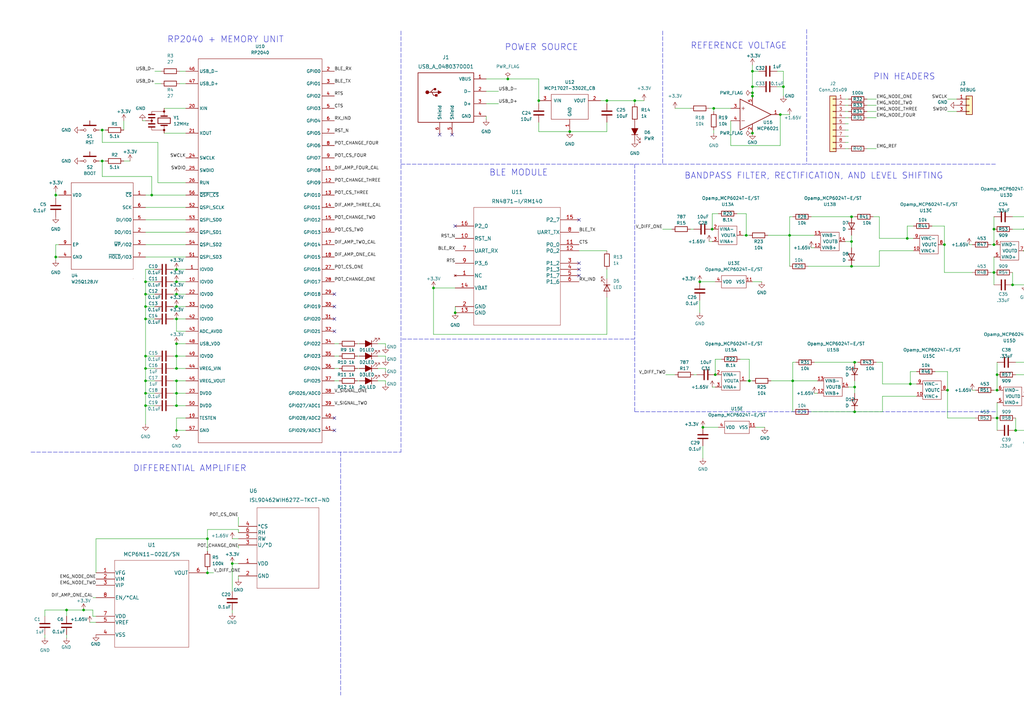
<source format=kicad_sch>
(kicad_sch (version 20211123) (generator eeschema)
  (paper "A3")
  (junction (at 287.02 115.57))
  (junction (at 420.37 102.87))
  (junction (at 288.29 175.26))
  (junction (at 350.52 158.75))
  (junction (at 308.61 54.61))
  (junction (at 434.34 102.87))
  (junction (at 59.69 151.13))
  (junction (at 323.85 96.52))
  (junction (at 408.94 153.67))
  (junction (at 59.69 161.29))
  (junction (at 72.39 140.97))
  (junction (at 208.28 32.385))
  (junction (at 373.38 157.48))
  (junction (at 248.92 41.275))
  (junction (at 320.04 46.99))
  (junction (at 260.35 41.275))
  (junction (at 72.39 146.05))
  (junction (at 233.68 53.975))
  (junction (at 59.69 130.81))
  (junction (at 387.35 100.33))
  (junction (at 72.39 166.37))
  (junction (at 59.69 120.65))
  (junction (at 435.61 162.56))
  (junction (at 407.67 111.76))
  (junction (at 72.39 125.73))
  (junction (at 95.25 231.14))
  (junction (at 421.64 153.67))
  (junction (at 325.12 156.21))
  (junction (at 349.25 88.9))
  (junction (at 220.98 41.275))
  (junction (at 22.86 80.01))
  (junction (at 72.39 130.81))
  (junction (at 59.69 125.73))
  (junction (at 349.25 109.22))
  (junction (at 293.37 153.67))
  (junction (at 72.39 161.29))
  (junction (at 59.69 115.57))
  (junction (at 292.735 44.45))
  (junction (at 27.94 347.98))
  (junction (at 72.39 115.57))
  (junction (at 72.39 156.21))
  (junction (at 177.8 118.11))
  (junction (at 408.94 171.45))
  (junction (at 186.69 128.27))
  (junction (at 349.25 99.06))
  (junction (at 388.62 160.02))
  (junction (at 416.56 176.53))
  (junction (at 350.52 148.59))
  (junction (at 85.725 318.77))
  (junction (at 350.52 168.91))
  (junction (at 72.39 151.13))
  (junction (at 72.39 110.49))
  (junction (at 22.86 105.41))
  (junction (at 408.94 160.02))
  (junction (at 34.925 347.98))
  (junction (at 85.09 220.98))
  (junction (at 415.29 116.84))
  (junction (at 420.37 93.98))
  (junction (at 321.31 35.56))
  (junction (at 292.1 93.98))
  (junction (at 95.885 328.93))
  (junction (at 421.64 162.56))
  (junction (at 34.29 250.19))
  (junction (at 308.61 29.21))
  (junction (at 41.91 53.34))
  (junction (at 41.91 66.04))
  (junction (at 306.07 96.52))
  (junction (at 59.69 146.05))
  (junction (at 62.23 80.01))
  (junction (at 72.39 120.65))
  (junction (at 85.09 234.95))
  (junction (at 72.39 176.53))
  (junction (at 407.67 100.33))
  (junction (at 85.725 332.74))
  (junction (at 27.305 250.19))
  (junction (at 372.11 97.79))
  (junction (at 308.61 35.56))
  (junction (at 59.69 166.37))
  (junction (at 308.61 38.1))
  (junction (at 59.69 156.21))
  (junction (at 308.61 39.37))
  (junction (at 307.34 156.21))
  (junction (at 407.67 93.98))
  (no_connect (at 237.49 107.95))
  (no_connect (at 237.49 113.03))
  (no_connect (at 237.49 110.49))
  (no_connect (at 186.69 92.71))
  (no_connect (at 237.49 90.17))
  (no_connect (at 137.16 171.45))
  (no_connect (at 137.16 120.65))
  (no_connect (at 137.16 125.73))
  (no_connect (at 137.16 130.81))
  (no_connect (at 137.16 135.89))
  (no_connect (at 185.42 55.245))
  (no_connect (at 180.34 55.245))
  (no_connect (at 137.16 176.53))
  (wire (pts (xy 325.12 156.21) (xy 325.12 168.91)))
  (wire (pts (xy 62.23 80.01) (xy 76.2 80.01)))
  (wire (pts (xy 38.735 350.52) (xy 40.005 350.52)))
  (wire (pts (xy 59.69 156.21) (xy 63.5 156.21)))
  (wire (pts (xy 62.23 72.39) (xy 62.23 80.01)))
  (wire (pts (xy 22.86 80.01) (xy 24.13 80.01)))
  (wire (pts (xy 22.86 81.28) (xy 22.86 80.01)))
  (wire (pts (xy 59.69 130.81) (xy 59.69 146.05)))
  (wire (pts (xy 407.67 111.76) (xy 407.67 116.84)))
  (polyline (pts (xy 260.35 67.31) (xy 260.35 139.065)))
  (wire (pts (xy 72.39 156.21) (xy 76.2 156.21)))
  (wire (pts (xy 72.39 161.29) (xy 72.39 166.37)))
  (wire (pts (xy 302.26 87.63) (xy 306.07 87.63)))
  (wire (pts (xy 146.685 140.97) (xy 147.32 140.97)))
  (wire (pts (xy 27.94 347.98) (xy 34.925 347.98)))
  (wire (pts (xy 85.09 233.68) (xy 85.09 234.95)))
  (wire (pts (xy 408.94 171.45) (xy 408.94 176.53)))
  (wire (pts (xy 71.12 151.13) (xy 72.39 151.13)))
  (wire (pts (xy 361.95 157.48) (xy 373.38 157.48)))
  (wire (pts (xy 407.67 93.98) (xy 407.67 100.33)))
  (wire (pts (xy 71.12 110.49) (xy 72.39 110.49)))
  (wire (pts (xy 199.39 32.385) (xy 208.28 32.385)))
  (wire (pts (xy 59.69 151.13) (xy 63.5 151.13)))
  (polyline (pts (xy 260.35 168.91) (xy 408.94 168.91)))
  (wire (pts (xy 290.83 44.45) (xy 292.735 44.45)))
  (wire (pts (xy 59.69 161.29) (xy 63.5 161.29)))
  (wire (pts (xy 415.29 93.98) (xy 420.37 93.98)))
  (wire (pts (xy 308.61 26.67) (xy 308.61 29.21)))
  (wire (pts (xy 292.735 44.45) (xy 292.735 45.72)))
  (wire (pts (xy 59.69 161.29) (xy 59.69 156.21)))
  (wire (pts (xy 85.09 226.06) (xy 85.09 220.98)))
  (wire (pts (xy 38.1 245.11) (xy 39.37 245.11)))
  (wire (pts (xy 97.79 236.22) (xy 97.79 237.49)))
  (wire (pts (xy 360.68 102.87) (xy 374.65 102.87)))
  (wire (pts (xy 284.48 153.67) (xy 285.75 153.67)))
  (wire (pts (xy 388.62 152.4) (xy 388.62 160.02)))
  (wire (pts (xy 406.4 100.33) (xy 407.67 100.33)))
  (wire (pts (xy 98.425 334.01) (xy 98.425 335.28)))
  (wire (pts (xy 199.39 47.625) (xy 199.39 48.895)))
  (wire (pts (xy 41.91 53.34) (xy 43.18 53.34)))
  (wire (pts (xy 95.885 318.77) (xy 98.425 318.77)))
  (wire (pts (xy 283.21 93.98) (xy 284.48 93.98)))
  (wire (pts (xy 323.85 96.52) (xy 323.85 109.22)))
  (wire (pts (xy 420.37 102.87) (xy 426.72 102.87)))
  (wire (pts (xy 27.94 358.14) (xy 27.94 359.41)))
  (wire (pts (xy 27.94 350.52) (xy 27.94 347.98)))
  (wire (pts (xy 406.4 111.76) (xy 407.67 111.76)))
  (wire (pts (xy 199.39 37.465) (xy 204.47 37.465)))
  (wire (pts (xy 347.98 55.88) (xy 346.71 55.88)))
  (wire (pts (xy 293.37 147.32) (xy 295.91 147.32)))
  (wire (pts (xy 334.01 161.29) (xy 335.28 161.29)))
  (wire (pts (xy 19.05 347.98) (xy 27.94 347.98)))
  (wire (pts (xy 38.1 250.19) (xy 38.1 252.73)))
  (wire (pts (xy 98.425 314.96) (xy 98.425 316.23)))
  (wire (pts (xy 359.41 40.64) (xy 355.6 40.64)))
  (wire (pts (xy 331.47 109.22) (xy 349.25 109.22)))
  (wire (pts (xy 40.005 318.77) (xy 40.005 332.74)))
  (wire (pts (xy 72.39 151.13) (xy 76.2 151.13)))
  (wire (pts (xy 40.64 53.34) (xy 41.91 53.34)))
  (wire (pts (xy 59.69 166.37) (xy 59.69 173.99)))
  (wire (pts (xy 85.725 323.85) (xy 85.725 318.77)))
  (wire (pts (xy 350.52 156.21) (xy 350.52 158.75)))
  (wire (pts (xy 318.77 29.21) (xy 321.31 29.21)))
  (wire (pts (xy 237.49 102.87) (xy 248.92 102.87)))
  (wire (pts (xy 72.39 176.53) (xy 72.39 177.8)))
  (wire (pts (xy 72.39 140.97) (xy 72.39 146.05)))
  (wire (pts (xy 306.07 96.52) (xy 304.8 96.52)))
  (wire (pts (xy 308.61 53.34) (xy 308.61 54.61)))
  (wire (pts (xy 88.265 332.74) (xy 85.725 332.74)))
  (wire (pts (xy 154.94 156.21) (xy 158.115 156.21)))
  (wire (pts (xy 374.65 92.71) (xy 372.11 92.71)))
  (wire (pts (xy 71.12 156.21) (xy 72.39 156.21)))
  (wire (pts (xy 416.56 153.67) (xy 421.64 153.67)))
  (wire (pts (xy 95.25 250.19) (xy 95.25 251.46)))
  (wire (pts (xy 59.69 85.09) (xy 76.2 85.09)))
  (wire (pts (xy 137.16 140.97) (xy 139.065 140.97)))
  (wire (pts (xy 72.39 130.81) (xy 76.2 130.81)))
  (wire (pts (xy 359.41 43.18) (xy 355.6 43.18)))
  (wire (pts (xy 420.37 88.9) (xy 420.37 93.98)))
  (wire (pts (xy 19.05 350.52) (xy 19.05 347.98)))
  (wire (pts (xy 382.27 92.71) (xy 387.35 92.71)))
  (wire (pts (xy 71.12 166.37) (xy 72.39 166.37)))
  (wire (pts (xy 72.39 130.81) (xy 72.39 135.89)))
  (wire (pts (xy 246.38 41.275) (xy 248.92 41.275)))
  (wire (pts (xy 72.39 135.89) (xy 76.2 135.89)))
  (wire (pts (xy 388.62 171.45) (xy 400.05 171.45)))
  (wire (pts (xy 85.725 318.77) (xy 85.725 314.96)))
  (wire (pts (xy 59.69 100.33) (xy 76.2 100.33)))
  (wire (pts (xy 323.85 96.52) (xy 334.01 96.52)))
  (wire (pts (xy 415.29 116.84) (xy 415.29 111.76)))
  (wire (pts (xy 72.39 120.65) (xy 76.2 120.65)))
  (wire (pts (xy 36.83 255.27) (xy 39.37 255.27)))
  (wire (pts (xy 41.91 53.34) (xy 41.91 58.42)))
  (wire (pts (xy 308.61 39.37) (xy 308.61 40.64)))
  (wire (pts (xy 347.98 60.96) (xy 346.71 60.96)))
  (wire (pts (xy 85.09 220.98) (xy 85.09 217.17)))
  (wire (pts (xy 373.38 157.48) (xy 375.92 157.48)))
  (wire (pts (xy 359.41 45.72) (xy 355.6 45.72)))
  (wire (pts (xy 321.31 35.56) (xy 321.31 39.37)))
  (wire (pts (xy 347.98 50.8) (xy 346.71 50.8)))
  (wire (pts (xy 41.91 66.04) (xy 43.18 66.04)))
  (wire (pts (xy 349.25 96.52) (xy 349.25 99.06)))
  (wire (pts (xy 360.68 88.9) (xy 360.68 97.79)))
  (wire (pts (xy 397.51 100.33) (xy 398.78 100.33)))
  (wire (pts (xy 59.69 166.37) (xy 59.69 161.29)))
  (wire (pts (xy 98.425 309.88) (xy 98.425 313.69)))
  (wire (pts (xy 248.92 121.92) (xy 248.92 137.16)))
  (wire (pts (xy 288.29 175.26) (xy 294.64 175.26)))
  (wire (pts (xy 73.66 29.21) (xy 76.2 29.21)))
  (wire (pts (xy 40.005 318.77) (xy 85.725 318.77)))
  (wire (pts (xy 276.86 44.45) (xy 283.21 44.45)))
  (wire (pts (xy 59.69 95.25) (xy 76.2 95.25)))
  (wire (pts (xy 87.63 234.95) (xy 85.09 234.95)))
  (wire (pts (xy 299.72 59.69) (xy 320.04 59.69)))
  (wire (pts (xy 97.79 224.79) (xy 97.79 223.52)))
  (wire (pts (xy 303.53 147.32) (xy 307.34 147.32)))
  (wire (pts (xy 71.12 130.81) (xy 72.39 130.81)))
  (wire (pts (xy 233.68 53.975) (xy 248.92 53.975)))
  (wire (pts (xy 137.16 156.21) (xy 139.065 156.21)))
  (wire (pts (xy 71.12 120.65) (xy 72.39 120.65)))
  (wire (pts (xy 408.94 153.67) (xy 408.94 160.02)))
  (wire (pts (xy 72.39 171.45) (xy 72.39 176.53)))
  (polyline (pts (xy 260.35 139.7) (xy 260.35 168.91)))
  (wire (pts (xy 38.735 347.98) (xy 38.735 350.52)))
  (wire (pts (xy 407.67 171.45) (xy 408.94 171.45)))
  (wire (pts (xy 347.98 158.75) (xy 350.52 158.75)))
  (wire (pts (xy 416.56 176.53) (xy 416.56 171.45)))
  (wire (pts (xy 59.69 151.13) (xy 59.69 146.05)))
  (wire (pts (xy 416.56 176.53) (xy 421.64 176.53)))
  (wire (pts (xy 420.37 93.98) (xy 420.37 102.87)))
  (wire (pts (xy 177.8 137.16) (xy 248.92 137.16)))
  (wire (pts (xy 38.1 252.73) (xy 39.37 252.73)))
  (wire (pts (xy 18.415 252.73) (xy 18.415 250.19)))
  (wire (pts (xy 373.38 152.4) (xy 373.38 157.48)))
  (wire (pts (xy 34.925 347.98) (xy 38.735 347.98)))
  (wire (pts (xy 388.62 40.64) (xy 392.43 40.64)))
  (wire (pts (xy 260.35 41.275) (xy 264.16 41.275)))
  (wire (pts (xy 41.91 72.39) (xy 62.23 72.39)))
  (wire (pts (xy 388.62 45.72) (xy 392.43 45.72)))
  (wire (pts (xy 388.62 171.45) (xy 388.62 160.02)))
  (wire (pts (xy 347.98 53.34) (xy 346.71 53.34)))
  (polyline (pts (xy 271.78 67.31) (xy 408.305 67.31)))
  (wire (pts (xy 271.78 93.98) (xy 275.59 93.98)))
  (wire (pts (xy 64.77 58.42) (xy 64.77 74.93)))
  (wire (pts (xy 18.415 250.19) (xy 27.305 250.19)))
  (wire (pts (xy 308.61 35.56) (xy 311.15 35.56)))
  (wire (pts (xy 72.39 115.57) (xy 76.2 115.57)))
  (wire (pts (xy 59.69 146.05) (xy 63.5 146.05)))
  (wire (pts (xy 97.79 217.17) (xy 97.79 218.44)))
  (wire (pts (xy 347.98 48.26) (xy 346.71 48.26)))
  (wire (pts (xy 72.39 110.49) (xy 76.2 110.49)))
  (wire (pts (xy 387.35 111.76) (xy 398.78 111.76)))
  (wire (pts (xy 387.35 111.76) (xy 387.35 100.33)))
  (wire (pts (xy 323.85 96.52) (xy 323.85 88.9)))
  (wire (pts (xy 308.61 29.21) (xy 311.15 29.21)))
  (wire (pts (xy 220.98 53.975) (xy 233.68 53.975)))
  (wire (pts (xy 320.04 59.69) (xy 320.04 46.99)))
  (wire (pts (xy 146.685 151.13) (xy 147.32 151.13)))
  (wire (pts (xy 260.35 41.275) (xy 260.35 42.545)))
  (wire (pts (xy 63.5 29.21) (xy 66.04 29.21)))
  (wire (pts (xy 347.98 40.64) (xy 346.71 40.64)))
  (wire (pts (xy 154.94 140.97) (xy 158.115 140.97)))
  (wire (pts (xy 292.735 53.34) (xy 292.735 54.61)))
  (wire (pts (xy 39.37 220.98) (xy 85.09 220.98)))
  (wire (pts (xy 350.52 168.91) (xy 361.95 168.91)))
  (wire (pts (xy 27.305 260.35) (xy 27.305 261.62)))
  (wire (pts (xy 158.115 146.05) (xy 158.115 147.32)))
  (wire (pts (xy 59.69 125.73) (xy 59.69 120.65)))
  (wire (pts (xy 72.39 176.53) (xy 76.2 176.53)))
  (wire (pts (xy 220.98 41.275) (xy 220.98 42.545)))
  (wire (pts (xy 321.31 29.21) (xy 321.31 35.56)))
  (wire (pts (xy 361.95 148.59) (xy 361.95 157.48)))
  (wire (pts (xy 407.67 105.41) (xy 407.67 111.76)))
  (wire (pts (xy 72.39 146.05) (xy 72.39 151.13)))
  (wire (pts (xy 350.52 88.9) (xy 349.25 88.9)))
  (wire (pts (xy 398.78 160.02) (xy 400.05 160.02)))
  (wire (pts (xy 316.23 156.21) (xy 325.12 156.21)))
  (wire (pts (xy 41.91 66.04) (xy 41.91 72.39)))
  (wire (pts (xy 308.61 156.21) (xy 307.34 156.21)))
  (wire (pts (xy 434.34 113.03) (xy 434.34 110.49)))
  (wire (pts (xy 349.25 99.06) (xy 349.25 101.6)))
  (wire (pts (xy 24.13 105.41) (xy 22.86 105.41)))
  (wire (pts (xy 98.425 322.58) (xy 98.425 321.31)))
  (wire (pts (xy 59.69 130.81) (xy 59.69 125.73)))
  (wire (pts (xy 325.12 148.59) (xy 326.39 148.59)))
  (wire (pts (xy 306.07 87.63) (xy 306.07 96.52)))
  (wire (pts (xy 334.01 148.59) (xy 350.52 148.59)))
  (wire (pts (xy 186.69 125.73) (xy 186.69 128.27)))
  (wire (pts (xy 372.11 92.71) (xy 372.11 97.79)))
  (polyline (pts (xy 12.7 185.42) (xy 164.465 185.42)))
  (wire (pts (xy 347.98 45.72) (xy 346.71 45.72)))
  (wire (pts (xy 307.34 96.52) (xy 306.07 96.52)))
  (wire (pts (xy 24.13 100.33) (xy 22.86 100.33)))
  (polyline (pts (xy 139.7 185.42) (xy 139.7 285.115)))
  (wire (pts (xy 208.28 32.385) (xy 220.98 32.385)))
  (wire (pts (xy 72.39 161.29) (xy 76.2 161.29)))
  (wire (pts (xy 37.465 353.06) (xy 40.005 353.06)))
  (wire (pts (xy 320.04 46.99) (xy 323.85 46.99)))
  (wire (pts (xy 38.735 342.9) (xy 40.005 342.9)))
  (wire (pts (xy 19.05 358.14) (xy 19.05 359.41)))
  (wire (pts (xy 292.1 158.75) (xy 293.37 158.75)))
  (wire (pts (xy 292.1 87.63) (xy 292.1 93.98)))
  (wire (pts (xy 72.39 146.05) (xy 76.2 146.05)))
  (wire (pts (xy 177.8 118.11) (xy 186.69 118.11)))
  (wire (pts (xy 299.72 49.53) (xy 299.72 59.69)))
  (wire (pts (xy 71.12 115.57) (xy 72.39 115.57)))
  (wire (pts (xy 308.61 35.56) (xy 308.61 38.1)))
  (wire (pts (xy 41.91 58.42) (xy 64.77 58.42)))
  (wire (pts (xy 59.69 49.53) (xy 58.42 49.53)))
  (wire (pts (xy 85.725 331.47) (xy 85.725 332.74)))
  (wire (pts (xy 318.77 35.56) (xy 321.31 35.56)))
  (polyline (pts (xy 164.465 12.7) (xy 164.465 185.42)))
  (wire (pts (xy 40.64 66.04) (xy 41.91 66.04)))
  (wire (pts (xy 351.79 148.59) (xy 350.52 148.59)))
  (wire (pts (xy 199.39 42.545) (xy 204.47 42.545)))
  (wire (pts (xy 435.61 162.56) (xy 443.23 162.56)))
  (wire (pts (xy 346.71 99.06) (xy 349.25 99.06)))
  (polyline (pts (xy 271.78 12.7) (xy 271.78 67.31)))
  (wire (pts (xy 64.77 74.93) (xy 76.2 74.93)))
  (wire (pts (xy 59.69 120.65) (xy 59.69 115.57)))
  (wire (pts (xy 408.94 165.1) (xy 408.94 171.45)))
  (wire (pts (xy 415.29 116.84) (xy 420.37 116.84)))
  (wire (pts (xy 67.31 44.45) (xy 76.2 44.45)))
  (wire (pts (xy 72.39 156.21) (xy 72.39 161.29)))
  (wire (pts (xy 154.94 146.05) (xy 158.115 146.05)))
  (wire (pts (xy 67.31 54.61) (xy 76.2 54.61)))
  (wire (pts (xy 59.69 130.81) (xy 63.5 130.81)))
  (wire (pts (xy 248.92 41.275) (xy 248.92 42.545)))
  (wire (pts (xy 27.305 250.19) (xy 34.29 250.19)))
  (wire (pts (xy 95.25 231.14) (xy 97.79 231.14)))
  (wire (pts (xy 220.98 50.165) (xy 220.98 53.975)))
  (wire (pts (xy 361.95 162.56) (xy 375.92 162.56)))
  (wire (pts (xy 59.69 156.21) (xy 59.69 151.13)))
  (wire (pts (xy 85.725 314.96) (xy 98.425 314.96)))
  (wire (pts (xy 287.02 115.57) (xy 293.37 115.57)))
  (wire (pts (xy 97.79 212.09) (xy 97.79 215.9)))
  (wire (pts (xy 59.69 115.57) (xy 63.5 115.57)))
  (wire (pts (xy 332.74 101.6) (xy 334.01 101.6)))
  (wire (pts (xy 59.69 105.41) (xy 76.2 105.41)))
  (wire (pts (xy 71.12 161.29) (xy 72.39 161.29)))
  (wire (pts (xy 22.86 105.41) (xy 22.86 106.68)))
  (wire (pts (xy 137.16 151.13) (xy 139.065 151.13)))
  (wire (pts (xy 95.885 347.98) (xy 95.885 349.25)))
  (wire (pts (xy 59.69 115.57) (xy 59.69 110.49)))
  (wire (pts (xy 50.8 49.53) (xy 50.8 53.34)))
  (wire (pts (xy 72.39 125.73) (xy 76.2 125.73)))
  (wire (pts (xy 146.685 146.05) (xy 147.32 146.05)))
  (wire (pts (xy 72.39 140.97) (xy 76.2 140.97)))
  (wire (pts (xy 50.8 66.04) (xy 53.34 66.04)))
  (wire (pts (xy 85.09 217.17) (xy 97.79 217.17)))
  (wire (pts (xy 72.39 171.45) (xy 76.2 171.45)))
  (wire (pts (xy 73.66 34.29) (xy 76.2 34.29)))
  (wire (pts (xy 349.25 109.22) (xy 360.68 109.22)))
  (wire (pts (xy 63.5 34.29) (xy 66.04 34.29)))
  (wire (pts (xy 347.98 58.42) (xy 346.71 58.42)))
  (wire (pts (xy 22.86 100.33) (xy 22.86 105.41)))
  (wire (pts (xy 359.41 48.26) (xy 355.6 48.26)))
  (wire (pts (xy 59.69 125.73) (xy 63.5 125.73)))
  (wire (pts (xy 22.86 78.74) (xy 22.86 80.01)))
  (wire (pts (xy 95.885 328.93) (xy 95.885 340.36)))
  (wire (pts (xy 59.69 166.37) (xy 63.5 166.37)))
  (wire (pts (xy 361.95 162.56) (xy 361.95 168.91)))
  (wire (pts (xy 59.69 90.17) (xy 76.2 90.17)))
  (wire (pts (xy 34.29 250.19) (xy 38.1 250.19)))
  (wire (pts (xy 288.29 182.88) (xy 288.29 187.96)))
  (wire (pts (xy 407.67 88.9) (xy 407.67 93.98)))
  (wire (pts (xy 332.74 88.9) (xy 349.25 88.9)))
  (wire (pts (xy 154.94 151.13) (xy 158.115 151.13)))
  (wire (pts (xy 360.68 97.79) (xy 372.11 97.79)))
  (wire (pts (xy 387.35 92.71) (xy 387.35 100.33)))
  (wire (pts (xy 248.92 110.49) (xy 248.92 114.3)))
  (wire (pts (xy 358.14 88.9) (xy 360.68 88.9)))
  (wire (pts (xy 158.115 140.97) (xy 158.115 142.24)))
  (wire (pts (xy 220.98 32.385) (xy 220.98 41.275)))
  (wire (pts (xy 308.61 29.21) (xy 308.61 35.56)))
  (wire (pts (xy 415.29 88.9) (xy 420.37 88.9)))
  (wire (pts (xy 137.16 146.05) (xy 139.065 146.05)))
  (wire (pts (xy 146.685 156.21) (xy 147.32 156.21)))
  (wire (pts (xy 416.56 148.59) (xy 421.64 148.59)))
  (wire (pts (xy 359.41 148.59) (xy 361.95 148.59)))
  (wire (pts (xy 158.115 151.13) (xy 158.115 152.4)))
  (wire (pts (xy 435.61 172.72) (xy 435.61 170.18)))
  (wire (pts (xy 177.8 118.11) (xy 177.8 137.16)))
  (wire (pts (xy 347.98 43.18) (xy 346.71 43.18)))
  (wire (pts (xy 95.25 231.14) (xy 95.25 242.57)))
  (wire (pts (xy 273.05 153.67) (xy 276.86 153.67)))
  (polyline (pts (xy 260.35 139.065) (xy 164.465 139.065)))
  (wire (pts (xy 372.11 97.79) (xy 374.65 97.79)))
  (wire (pts (xy 408.94 148.59) (xy 408.94 153.67)))
  (polyline (pts (xy 164.465 67.31) (xy 271.78 67.31)))
  (wire (pts (xy 375.92 152.4) (xy 373.38 152.4)))
  (wire (pts (xy 308.61 115.57) (xy 312.42 115.57)))
  (wire (pts (xy 59.69 120.65) (xy 63.5 120.65)))
  (wire (pts (xy 308.61 38.1) (xy 308.61 39.37)))
  (wire (pts (xy 72.39 166.37) (xy 76.2 166.37)))
  (wire (pts (xy 314.96 96.52) (xy 323.85 96.52)))
  (wire (pts (xy 307.34 147.32) (xy 307.34 156.21)))
  (wire (pts (xy 248.92 41.275) (xy 260.35 41.275)))
  (wire (pts (xy 307.34 156.21) (xy 306.07 156.21)))
  (wire (pts (xy 287.02 123.19) (xy 287.02 128.27)))
  (wire (pts (xy 421.64 153.67) (xy 421.64 162.56)))
  (wire (pts (xy 59.69 80.01) (xy 62.23 80.01)))
  (wire (pts (xy 332.74 168.91) (xy 350.52 168.91)))
  (wire (pts (xy 421.64 162.56) (xy 427.99 162.56)))
  (polyline (pts (xy 330.835 12.065) (xy 330.835 67.31)))
  (wire (pts (xy 383.54 152.4) (xy 388.62 152.4)))
  (wire (pts (xy 71.12 125.73) (xy 72.39 125.73)))
  (wire (pts (xy 325.12 156.21) (xy 335.28 156.21)))
  (wire (pts (xy 71.12 146.05) (xy 72.39 146.05)))
  (wire (pts (xy 59.69 110.49) (xy 63.5 110.49)))
  (wire (pts (xy 18.415 260.35) (xy 18.415 261.62)))
  (wire (pts (xy 248.92 53.975) (xy 248.92 50.165)))
  (wire (pts (xy 158.115 156.21) (xy 158.115 157.48)))
  (wire (pts (xy 323.85 88.9) (xy 325.12 88.9)))
  (wire (pts (xy 421.64 148.59) (xy 421.64 153.67)))
  (wire (pts (xy 292.735 44.45) (xy 299.72 44.45)))
  (wire (pts (xy 95.25 220.98) (xy 97.79 220.98)))
  (wire (pts (xy 325.12 156.21) (xy 325.12 148.59)))
  (wire (pts (xy 293.37 147.32) (xy 293.37 153.67)))
  (wire (pts (xy 290.83 99.06) (xy 292.1 99.06)))
  (wire (pts (xy 360.68 102.87) (xy 360.68 109.22)))
  (wire (pts (xy 309.88 175.26) (xy 313.69 175.26)))
  (wire (pts (xy 292.1 87.63) (xy 294.64 87.63)))
  (wire (pts (xy 350.52 158.75) (xy 350.52 161.29)))
  (wire (pts (xy 27.305 252.73) (xy 27.305 250.19)))
  (wire (pts (xy 95.885 328.93) (xy 98.425 328.93)))
  (wire (pts (xy 434.34 102.87) (xy 441.96 102.87)))
  (wire (pts (xy 407.67 160.02) (xy 408.94 160.02)))
  (wire (pts (xy 359.41 60.96) (xy 355.6 60.96)))
  (wire (pts (xy 39.37 220.98) (xy 39.37 234.95)))
  (text "BLE MODULE" (at 200.66 72.39 0) (effects (font (size 2.54 2.54)) (justify left bottom)))
  (text "DIFFERENTIAL AMPLIFIER" (at 54.61 193.675 0) (effects (font (size 2.54 2.54)) (justify left bottom)))
  (text "BANDPASS FILTER, RECTIFICATION, AND LEVEL SHIFTING" (at 280.67 73.66 0) (effects (font (size 2.54 2.54)) (justify left bottom)))
  (text "PIN HEADERS" (at 358.14 33.02 0) (effects (font (size 2.54 2.54)) (justify left bottom)))
  (text "REFERENCE VOLTAGE" (at 283.21 20.32 0) (effects (font (size 2.54 2.54)) (justify left bottom)))
  (text "POWER SOURCE" (at 207.01 20.955 0) (effects (font (size 2.54 2.54)) (justify left bottom)))
  (text "RP2040 + MEMORY UNIT" (at 68.58 17.78 0) (effects (font (size 2.54 2.54)) (justify left bottom)))
  (label "POT_CS_ONE" (at 97.79 212.09 180))
  (label "POT_CHANGE_TWO" (at 137.16 90.17 0))
  (label "USB_D-" (at 204.47 37.465 0))
  (label "EMG_NODE_ONE" (at 39.37 237.49 180))
  (label "SWDIO" (at 76.2 69.85 180))
  (label "V_DIFF_TWO" (at 273.05 153.67 180))
  (label "POT_CS_ONE" (at 137.16 110.49 0))
  (label "V_DIFF_ONE" (at 87.63 234.95 0))
  (label "V_SIGNAL_TWO" (at 443.23 162.56 0))
  (label "USB_D+" (at 204.47 42.545 0))
  (label "BLE_TX" (at 137.16 34.29 0))
  (label "POT_CHANGE_FOUR" (at 137.16 59.69 0))
  (label "SWDIO" (at 388.62 45.72 180))
  (label "POT_CS_THREE" (at 137.16 80.01 0))
  (label "EMG_NODE_TWO" (at 359.41 43.18 0))
  (label "POT_CS_FOUR" (at 137.16 64.77 0))
  (label "RTS" (at 137.16 39.37 0))
  (label "V_SIGNAL_ONE" (at 137.16 161.29 0))
  (label "USB_D-" (at 63.5 29.21 180))
  (label "RST_N" (at 137.16 54.61 0))
  (label "DIF_AMP_THREE_CAL" (at 137.16 85.09 0))
  (label "SWCLK" (at 76.2 64.77 180))
  (label "EMG_NODE_ONE" (at 359.41 40.64 0))
  (label "EMG_NODE_THREE" (at 40.005 335.28 180))
  (label "POT_CHANGE_THREE" (at 137.16 74.93 0))
  (label "POT_CHANGE_ONE" (at 97.79 224.79 180))
  (label "DIF_AMP_ONE_CAL" (at 137.16 105.41 0))
  (label "CTS" (at 237.49 100.33 0))
  (label "POT_CHANGE_TWO" (at 98.425 322.58 180))
  (label "BLE_TX" (at 237.49 95.25 0))
  (label "EMG_NODE_THREE" (at 359.41 45.72 0))
  (label "V_DIFF_TWO" (at 88.265 332.74 0))
  (label "DIF_AMP_ONE_CAL" (at 38.1 245.11 180))
  (label "RTS" (at 186.69 107.95 180))
  (label "CTS" (at 137.16 44.45 0))
  (label "EMG_NODE_TWO" (at 39.37 240.03 180))
  (label "RX_IND" (at 237.49 115.57 0))
  (label "EMG_NODE_FOUR" (at 40.005 337.82 180))
  (label "POT_CS_TWO" (at 98.425 309.88 180))
  (label "DIF_AMP_TWO_CAL" (at 38.735 342.9 180))
  (label "EMG_REF" (at 359.41 60.96 0))
  (label "V_SIGNAL_ONE" (at 441.96 102.87 0))
  (label "USB_D+" (at 63.5 34.29 180))
  (label "BLE_RX" (at 137.16 29.21 0))
  (label "BLE_RX" (at 186.69 102.87 180))
  (label "EMG_NODE_FOUR" (at 359.41 48.26 0))
  (label "DIF_AMP_FOUR_CAL" (at 137.16 69.85 0))
  (label "DIF_AMP_TWO_CAL" (at 137.16 100.33 0))
  (label "V_DIFF_ONE" (at 271.78 93.98 180))
  (label "RX_IND" (at 137.16 49.53 0))
  (label "V_SIGNAL_TWO" (at 137.16 166.37 0))
  (label "RST_N" (at 186.69 97.79 180))
  (label "POT_CHANGE_ONE" (at 137.16 115.57 0))
  (label "POT_CS_TWO" (at 137.16 95.25 0))
  (label "SWCLK" (at 388.62 40.64 180))
  (symbol (lib_id "power:GND") (at 435.61 172.72 0) (mirror y) (unit 1)
    (property "Reference" "#PWR093" (effects hide))
    (property "Value" "GND" (at 435.61 177.165 0))
  )
  (symbol (lib_id "power:GND") (at 59.69 173.99 0) (unit 1)
    (property "Reference" "#PWR029" (effects hide))
    (property "Value" "GND" (at 59.69 179.07 0))
  )
  (symbol (lib_id "Device:C") (at 27.94 354.33 0) (unit 1)
    (property "Reference" "C7" (at 25.4 351.79 0))
    (property "Value" "0.1uF" (at 24.765 356.87 0))
    (property "Footprint" "Capacitor_SMD:C_0603_1608Metric" (effects hide))
  )
  (symbol (lib_id "Device:C") (at 412.75 176.53 270) (unit 1)
    (property "Reference" "C39" (at 412.75 180.34 90))
    (property "Value" ".33uF" (at 412.75 182.88 90))
    (property "Footprint" "Capacitor_SMD:C_0603_1608Metric" (effects hide))
  )
  (symbol (lib_name "+1.65V_3") (lib_id "Eclectronics:+1.65V") (at 37.465 349.25 0) (unit 1)
    (property "Reference" "#PWR18" (effects hide))
    (property "Value" "+1.65V" (at 33.02 351.79 0))
  )
  (symbol (lib_id "Device:R") (at 298.45 87.63 90) (unit 1)
    (property "Reference" "R20" (at 298.45 87.63 90))
    (property "Value" "8.1k" (at 298.45 90.17 90))
    (property "Footprint" "Resistor_SMD:R_0603_1608Metric" (effects hide))
  )
  (symbol (lib_id "Device:LED_Filled") (at 151.13 146.05 180) (unit 1)
    (property "Reference" "D2" (at 147.32 148.59 0) (effects (justify right)))
    (property "Value" "LED" (at 149.86 148.59 0) (effects (justify right)))
    (property "Footprint" "LED_SMD:LED_0805_2012Metric" (effects hide))
  )
  (symbol (lib_id "power:GND") (at 22.86 106.68 0) (unit 1)
    (property "Reference" "#PWR07" (effects hide))
    (property "Value" "GND" (at 22.86 111.76 0))
  )
  (symbol (lib_name "+1.65V_3") (lib_id "Eclectronics:+1.65V") (at 36.83 251.46 0) (unit 1)
    (property "Reference" "#PWR17" (effects hide))
    (property "Value" "+1.65V" (at 32.385 254 0))
  )
  (symbol (lib_id "Eclectronics:SW") (at 36.83 66.04 270) (unit 1)
    (property "Reference" "S2" (at 36.83 68.58 90))
    (property "Value" "BOOT" (at 36.83 71.12 90))
    (property "Footprint" "Eclectronics:TL3301AFxxxxJ" (effects hide))
  )
  (symbol (lib_id "Eclectronics:RP2040") (at 106.68 102.87 0) (unit 1)
    (property "Reference" "U10" (at 106.68 19.05 0))
    (property "Value" "RP2040" (at 106.68 21.59 0))
    (property "Footprint" "Eclectronics:RP2040" (effects hide))
  )
  (symbol (lib_id "Device:R") (at 69.85 29.21 90) (unit 1)
    (property "Reference" "R3" (at 69.85 22.86 90))
    (property "Value" "27" (at 69.85 25.4 90))
    (property "Footprint" "Resistor_SMD:R_0603_1608Metric" (effects hide))
  )
  (symbol (lib_id "Device:R") (at 328.93 168.91 90) (unit 1)
    (property "Reference" "R29" (at 328.93 168.91 90))
    (property "Value" "10k" (at 328.93 166.37 90))
    (property "Footprint" "Resistor_SMD:R_0603_1608Metric" (effects hide))
  )
  (symbol (lib_id "Device:R") (at 327.66 109.22 90) (unit 1)
    (property "Reference" "R26" (at 327.66 109.22 90))
    (property "Value" "10k" (at 327.66 106.68 90))
    (property "Footprint" "Resistor_SMD:R_0603_1608Metric" (effects hide))
  )
  (symbol (lib_id "Device:D") (at 350.52 152.4 90) (unit 1)
    (property "Reference" "D11" (at 346.71 151.13 90) (effects (justify right)))
    (property "Value" "D" (at 346.71 153.67 90) (effects (justify right)))
    (property "Footprint" "Diode_SMD:D_0805_2012Metric" (effects hide))
  )
  (symbol (lib_id "power:+3.3V") (at 72.39 115.57 0) (unit 1)
    (property "Reference" "#PWR031" (effects hide))
    (property "Value" "+3.3V" (at 72.39 111.76 0))
  )
  (symbol (lib_id "Device:R") (at 292.735 49.53 180) (unit 1)
    (property "Reference" "R19" (at 296.545 48.26 0))
    (property "Value" "10k" (at 296.545 50.8 0))
    (property "Footprint" "Resistor_SMD:R_0603_1608Metric" (effects hide))
  )
  (symbol (lib_id "power:GND") (at 308.61 54.61 0) (unit 1)
    (property "Reference" "#PWR075" (effects hide))
    (property "Value" "GND" (at 308.61 58.42 0))
  )
  (symbol (lib_id "Device:C") (at 95.885 344.17 0) (unit 1)
    (property "Reference" "C21" (at 93.345 341.63 0))
    (property "Value" "0.1uF" (at 92.71 346.71 0))
    (property "Footprint" "Capacitor_SMD:C_0603_1608Metric" (effects hide))
  )
  (symbol (lib_id "power:+3.3V") (at 177.8 118.11 0) (unit 1)
    (property "Reference" "#PWR057" (effects hide))
    (property "Value" "+3.3V" (at 177.8 114.3 0))
  )
  (symbol (lib_id "power:GND") (at 287.02 128.27 0) (unit 1)
    (property "Reference" "#PWR065" (effects hide))
    (property "Value" "GND" (at 287.02 132.715 0))
  )
  (symbol (lib_id "Device:LED_Filled") (at 151.13 140.97 180) (unit 1)
    (property "Reference" "D1" (at 147.32 143.51 0) (effects (justify right)))
    (property "Value" "LED" (at 149.86 143.51 0) (effects (justify right)))
    (property "Footprint" "LED_SMD:LED_0805_2012Metric" (effects hide))
  )
  (symbol (lib_id "power:GND") (at 421.64 176.53 0) (unit 1)
    (property "Reference" "#PWR090" (effects hide))
    (property "Value" "GND" (at 421.64 181.61 0))
  )
  (symbol (lib_id "power:GND") (at 420.37 116.84 0) (unit 1)
    (property "Reference" "#PWR088" (effects hide))
    (property "Value" "GND" (at 420.37 121.92 0))
  )
  (symbol (lib_id "power:GND") (at 39.37 260.35 0) (unit 1)
    (property "Reference" "#PWR021" (effects hide))
    (property "Value" "GND" (at 41.275 264.16 0) (effects (justify right)))
  )
  (symbol (lib_id "Device:R") (at 431.8 162.56 90) (unit 1)
    (property "Reference" "R61" (at 431.8 157.48 90))
    (property "Value" "9.09k" (at 431.8 160.02 90))
    (property "Footprint" "Resistor_SMD:R_0603_1608Metric" (effects hide))
  )
  (symbol (lib_id "Device:R") (at 260.35 46.355 0) (unit 1)
    (property "Reference" "R14" (at 262.89 45.0849 0) (effects (justify left)))
    (property "Value" "1k" (at 262.89 47.6249 0) (effects (justify left)))
    (property "Footprint" "Resistor_SMD:R_0603_1608Metric" (effects hide))
  )
  (symbol (lib_id "Device:LED_Filled") (at 151.13 151.13 180) (unit 1)
    (property "Reference" "D3" (at 147.32 153.67 0) (effects (justify right)))
    (property "Value" "LED" (at 149.86 153.67 0) (effects (justify right)))
    (property "Footprint" "LED_SMD:LED_0805_2012Metric" (effects hide))
  )
  (symbol (lib_id "power:GND") (at 313.69 175.26 0) (unit 1)
    (property "Reference" "#PWR078" (effects hide))
    (property "Value" "GND" (at 313.69 179.705 0))
  )
  (symbol (lib_id "Device:LED_Filled") (at 151.13 156.21 180) (unit 1)
    (property "Reference" "D4" (at 147.32 158.75 0) (effects (justify right)))
    (property "Value" "LED" (at 150.495 158.75 0) (effects (justify right)))
    (property "Footprint" "LED_SMD:LED_0805_2012Metric" (effects hide))
  )
  (symbol (lib_id "power:GND") (at 27.94 359.41 0) (unit 1)
    (property "Reference" "#PWR09" (effects hide))
    (property "Value" "GND" (at 29.845 363.22 0) (effects (justify right)))
  )
  (symbol (lib_id "Device:C") (at 67.31 151.13 270) (unit 1)
    (property "Reference" "C16" (at 64.77 149.86 90) (effects (justify right)))
    (property "Value" "1uF" (at 64.77 152.4 90) (effects (justify right)))
    (property "Footprint" "Capacitor_SMD:C_0603_1608Metric" (effects hide))
  )
  (symbol (lib_id "Device:C") (at 220.98 46.355 180) (unit 1)
    (property "Reference" "C24" (at 215.9 46.355 0))
    (property "Value" "10uF" (at 215.9 48.895 0))
    (property "Footprint" "Capacitor_SMD:C_0603_1608Metric" (effects hide))
  )
  (symbol (lib_id "Device:C") (at 27.305 256.54 0) (unit 1)
    (property "Reference" "C6" (at 24.765 254 0))
    (property "Value" "0.1uF" (at 24.13 259.08 0))
    (property "Footprint" "Capacitor_SMD:C_0603_1608Metric" (effects hide))
  )
  (symbol (lib_id "Device:R") (at 403.86 160.02 90) (unit 1)
    (property "Reference" "R51" (at 403.86 160.02 90))
    (property "Value" "453" (at 403.86 157.48 90))
    (property "Footprint" "Resistor_SMD:R_0603_1608Metric" (effects hide))
  )
  (symbol (lib_id "Device:C") (at 67.31 161.29 270) (unit 1)
    (property "Reference" "C18" (at 64.77 160.02 90) (effects (justify right)))
    (property "Value" "0.1uF" (at 66.04 162.56 90) (effects (justify right)))
    (property "Footprint" "Capacitor_SMD:C_0603_1608Metric" (effects hide))
  )
  (symbol (lib_id "Device:R") (at 287.02 44.45 90) (unit 1)
    (property "Reference" "R18" (at 287.02 48.26 90))
    (property "Value" "10k" (at 287.02 50.8 90))
    (property "Footprint" "Resistor_SMD:R_0603_1608Metric" (effects hide))
  )
  (symbol (lib_id "Device:R") (at 412.75 153.67 90) (unit 1)
    (property "Reference" "R57" (at 412.75 153.67 90))
    (property "Value" "909" (at 412.75 156.21 90))
    (property "Footprint" "Resistor_SMD:R_0603_1608Metric" (effects hide))
  )
  (symbol (lib_id "power:GND") (at 288.29 187.96 0) (unit 1)
    (property "Reference" "#PWR069" (effects hide))
    (property "Value" "GND" (at 288.29 192.405 0))
  )
  (symbol (lib_id "power:GND") (at 98.425 335.28 0) (unit 1)
    (property "Reference" "#PWR047" (effects hide))
    (property "Value" "GND" (at 98.425 339.725 0))
  )
  (symbol (lib_id "Device:R") (at 142.875 140.97 90) (unit 1)
    (property "Reference" "R9" (at 142.24 143.51 90) (effects (justify left)))
    (property "Value" "1k" (at 145.415 143.51 90) (effects (justify left)))
    (property "Footprint" "Resistor_SMD:R_0603_1608Metric" (effects hide))
  )
  (symbol (lib_name "Opamp_MCP6024T-E{slash}ST_1") (lib_id "Device:Opamp_MCP6024T-E{slash}ST") (at 299.72 156.21 0) (unit 1)
    (property "Reference" "U15" (at 299.72 143.51 0))
    (property "Value" "Opamp_MCP6024T-E/ST" (at 300.99 140.97 0))
    (property "Footprint" "MCP6024:MCP6024T" (effects hide))
  )
  (symbol (lib_id "power:+3.3V") (at 53.34 66.04 0) (unit 1)
    (property "Reference" "#PWR027" (effects hide))
    (property "Value" "+3.3V" (at 53.34 62.23 0))
  )
  (symbol (lib_id "Device:R") (at 355.6 148.59 90) (unit 1)
    (property "Reference" "R43" (at 355.6 148.59 90))
    (property "Value" "10k" (at 356.87 151.13 90))
    (property "Footprint" "Resistor_SMD:R_0603_1608Metric" (effects hide))
  )
  (symbol (lib_name "+1.65V_3") (lib_id "Eclectronics:+1.65V") (at 292.1 154.94 0) (unit 1)
    (property "Reference" "#PWR72" (effects hide))
    (property "Value" "+1.65V" (at 287.02 158.75 0))
  )
  (symbol (lib_id "power:+3.3V") (at 308.61 26.67 0) (unit 1)
    (property "Reference" "#PWR074" (effects hide))
    (property "Value" "+3.3V" (at 306.07 22.86 0) (effects (justify left)))
  )
  (symbol (lib_name "+1.65V_3") (lib_id "Eclectronics:+1.65V") (at 398.78 156.21 0) (unit 1)
    (property "Reference" "#PWR87" (effects hide))
    (property "Value" "+1.65V" (at 394.97 160.02 0))
  )
  (symbol (lib_id "Device:C") (at 248.92 46.355 0) (unit 1)
    (property "Reference" "C25" (at 252.73 45.0849 0) (effects (justify left)))
    (property "Value" "10uF" (at 252.73 47.6249 0) (effects (justify left)))
    (property "Footprint" "Capacitor_SMD:C_0603_1608Metric" (effects hide))
  )
  (symbol (lib_id "Device:C") (at 67.31 125.73 270) (unit 1)
    (property "Reference" "C13" (at 64.77 124.46 90) (effects (justify right)))
    (property "Value" "0.1uF" (at 66.04 127 90) (effects (justify right)))
    (property "Footprint" "Capacitor_SMD:C_0603_1608Metric" (effects hide))
  )
  (symbol (lib_name "+1.65V_3") (lib_id "Eclectronics:+1.65V") (at 334.01 157.48 0) (unit 1)
    (property "Reference" "#PWR83" (effects hide))
    (property "Value" "+1.65V" (at 330.2 161.29 0))
  )
  (symbol (lib_id "Device:D") (at 350.52 165.1 90) (unit 1)
    (property "Reference" "D12" (at 346.71 163.83 90) (effects (justify right)))
    (property "Value" "D" (at 346.71 166.37 90) (effects (justify right)))
    (property "Footprint" "Diode_SMD:D_0805_2012Metric" (effects hide))
  )
  (symbol (lib_id "Device:R") (at 299.72 147.32 90) (unit 1)
    (property "Reference" "R22" (at 299.72 147.32 90))
    (property "Value" "8.1k" (at 299.72 149.86 90))
    (property "Footprint" "Resistor_SMD:R_0603_1608Metric" (effects hide))
  )
  (symbol (lib_id "Device:C") (at 435.61 166.37 0) (mirror y) (unit 1)
    (property "Reference" "C42" (at 437.515 169.545 90))
    (property "Value" ".033uF" (at 440.055 169.545 90))
    (property "Footprint" "Capacitor_SMD:C_0603_1608Metric" (effects hide))
  )
  (symbol (lib_id "power:+3.3V") (at 72.39 130.81 0) (unit 1)
    (property "Reference" "#PWR034" (effects hide))
    (property "Value" "+3.3V" (at 72.39 127 0))
  )
  (symbol (lib_id "power:PWR_FLAG") (at 308.61 54.61 90) (unit 1)
    (property "Reference" "#FLG03" (effects hide))
    (property "Value" "PWR_FLAG" (at 304.8 54.6099 90) (effects (justify left)))
  )
  (symbol (lib_id "Device:C") (at 411.48 116.84 270) (unit 1)
    (property "Reference" "C35" (at 411.48 120.65 90))
    (property "Value" ".33uF" (at 411.48 123.19 90))
    (property "Footprint" "Capacitor_SMD:C_0603_1608Metric" (effects hide))
  )
  (symbol (lib_id "Device:C") (at 288.29 93.98 90) (unit 1)
    (property "Reference" "C28" (at 288.29 91.44 90))
    (property "Value" "10uF" (at 288.29 88.9 90))
    (property "Footprint" "Capacitor_SMD:C_0603_1608Metric" (effects hide))
  )
  (symbol (lib_id "power:GND") (at 233.68 53.975 0) (unit 1)
    (property "Reference" "#PWR060" (effects hide))
    (property "Value" "GND" (at 233.68 59.055 0))
  )
  (symbol (lib_id "Device:C") (at 22.86 85.09 0) (mirror x) (unit 1)
    (property "Reference" "C5" (at 19.05 83.8199 0) (effects (justify right)))
    (property "Value" "0.1uF" (at 19.05 86.3599 0) (effects (justify right)))
    (property "Footprint" "Capacitor_SMD:C_0603_1608Metric" (effects hide))
  )
  (symbol (lib_id "power:+3.3V") (at 72.39 110.49 0) (unit 1)
    (property "Reference" "#PWR030" (effects hide))
    (property "Value" "+3.3V" (at 72.39 106.68 0))
  )
  (symbol (lib_id "power:GND") (at 97.79 237.49 0) (unit 1)
    (property "Reference" "#PWR046" (effects hide))
    (property "Value" "GND" (at 97.79 241.935 0))
  )
  (symbol (lib_id "MCP6N11:MCP6N11-002E{slash}SN") (at 40.005 332.74 0) (unit 1)
    (property "Reference" "U2" (at 62.865 321.31 0) (effects (font (size 1.524 1.524))))
    (property "Value" "MCP6N11-002E/SN" (at 62.865 325.12 0) (effects (font (size 1.524 1.524))))
    (property "Footprint" "MCP6N11:MCP6N11-002ESN" (effects hide))
  )
  (symbol (lib_id "Device:R") (at 311.15 96.52 90) (unit 1)
    (property "Reference" "R23" (at 311.15 99.06 90))
    (property "Value" "10k" (at 311.15 101.6 90))
    (property "Footprint" "Resistor_SMD:R_0603_1608Metric" (effects hide))
  )
  (symbol (lib_id "Eclectronics:MCP1702T-3302E_CB") (at 233.68 43.815 0) (unit 1)
    (property "Reference" "U12" (at 233.68 33.655 0))
    (property "Value" "MCP1702T-3302E_CB" (at 233.68 36.195 0))
    (property "Footprint" "Package_TO_SOT_SMD:SOT-23" (effects hide))
  )
  (symbol (lib_name "Opamp_MCP6024T-E{slash}ST_1") (lib_id "Device:Opamp_MCP6024T-E{slash}ST") (at 298.45 96.52 0) (unit 1)
    (property "Reference" "U13" (at 298.45 83.82 0))
    (property "Value" "Opamp_MCP6024T-E/ST" (at 299.72 81.28 0))
    (property "Footprint" "MCP6024:MCP6024T" (effects hide))
  )
  (symbol (lib_id "Device:R") (at 402.59 111.76 90) (unit 1)
    (property "Reference" "R48" (at 402.59 111.76 90))
    (property "Value" "453" (at 402.59 109.22 90))
    (property "Footprint" "Resistor_SMD:R_0603_1608Metric" (effects hide))
  )
  (symbol (lib_id "Device:R") (at 354.33 88.9 90) (unit 1)
    (property "Reference" "R41" (at 354.33 88.9 90))
    (property "Value" "10k" (at 355.6 91.44 90))
    (property "Footprint" "Resistor_SMD:R_0603_1608Metric" (effects hide))
  )
  (symbol (lib_id "power:GND") (at 292.735 54.61 0) (unit 1)
    (property "Reference" "#PWR073" (effects hide))
    (property "Value" "GND" (at 292.735 59.69 0))
  )
  (symbol (lib_id "Eclectronics:MCP6021") (at 308.61 46.99 0) (unit 1)
    (property "Reference" "U16" (at 314.96 50.165 0))
    (property "Value" "MCP6021" (at 314.96 52.705 0))
    (property "Footprint" "Package_TO_SOT_SMD:SOT-23-5" (effects hide))
  )
  (symbol (lib_id "Device:C") (at 411.48 88.9 90) (unit 1)
    (property "Reference" "C34" (at 411.48 83.82 90))
    (property "Value" ".33uF" (at 411.48 86.36 90))
    (property "Footprint" "Capacitor_SMD:C_0603_1608Metric" (effects hide))
  )
  (symbol (lib_name "+1.65V_3") (lib_id "Eclectronics:+1.65V") (at 290.83 95.25 0) (unit 1)
    (property "Reference" "#PWR70" (effects hide))
    (property "Value" "+1.65V" (at 285.75 99.06 0))
  )
  (symbol (lib_id "Device:C") (at 67.31 120.65 270) (unit 1)
    (property "Reference" "C12" (at 64.77 119.38 90) (effects (justify right)))
    (property "Value" "0.1uF" (at 66.04 121.92 90) (effects (justify right)))
    (property "Footprint" "Capacitor_SMD:C_0603_1608Metric" (effects hide))
  )
  (symbol (lib_id "Device:R") (at 46.99 66.04 90) (unit 1)
    (property "Reference" "R2" (at 46.99 63.5 90))
    (property "Value" "5.1k" (at 46.99 68.58 90))
    (property "Footprint" "Resistor_SMD:R_0603_1608Metric" (effects hide))
  )
  (symbol (lib_id "Device:R") (at 85.725 327.66 180) (unit 1)
    (property "Reference" "R6" (at 87.63 326.3899 0) (effects (justify right)))
    (property "Value" "100k" (at 87.63 328.9299 0) (effects (justify right)))
    (property "Footprint" "Resistor_SMD:R_0603_1608Metric" (effects hide))
  )
  (symbol (lib_id "Device:R") (at 312.42 156.21 90) (unit 1)
    (property "Reference" "R25" (at 312.42 158.75 90))
    (property "Value" "10k" (at 312.42 161.29 90))
    (property "Footprint" "Resistor_SMD:R_0603_1608Metric" (effects hide))
  )
  (symbol (lib_id "power:GND") (at 158.115 142.24 0) (unit 1)
    (property "Reference" "#PWR053" (effects hide))
    (property "Value" "GND" (at 160.655 142.24 0))
  )
  (symbol (lib_id "Eclectronics:USB_A_0480370001") (at 182.88 42.545 0) (unit 1)
    (property "Reference" "J1" (at 182.88 23.495 0) (effects (font (size 1.524 1.524))))
    (property "Value" "USB_A_0480370001" (at 182.88 27.305 0) (effects (font (size 1.524 1.524))))
    (property "Footprint" "Eclectronics:USB_A_0480370001" (effects hide))
  )
  (symbol (lib_id "power:GND") (at 72.39 177.8 0) (unit 1)
    (property "Reference" "#PWR036" (effects hide))
    (property "Value" "GND" (at 72.39 182.88 0))
  )
  (symbol (lib_id "Device:C") (at 67.31 130.81 270) (unit 1)
    (property "Reference" "C14" (at 64.77 129.54 90) (effects (justify right)))
    (property "Value" "0.1uF" (at 66.04 132.08 90) (effects (justify right)))
    (property "Footprint" "Capacitor_SMD:C_0603_1608Metric" (effects hide))
  )
  (symbol (lib_id "Device:R") (at 280.67 153.67 90) (unit 1)
    (property "Reference" "R17" (at 280.67 151.13 90))
    (property "Value" "787" (at 280.67 148.59 90))
    (property "Footprint" "Resistor_SMD:R_0603_1608Metric" (effects hide))
  )
  (symbol (lib_name "Opamp_MCP6024T-E{slash}ST_4") (lib_id "Device:Opamp_MCP6024T-E{slash}ST") (at 415.29 162.56 0) (unit 4)
    (property "Reference" "U15" (at 414.02 139.7 0))
    (property "Value" "Opamp_MCP6024T-E/ST" (at 415.29 137.16 0))
    (property "Footprint" "MCP6024:MCP6024T" (effects hide))
  )
  (symbol (lib_id "Device:R") (at 46.99 53.34 90) (unit 1)
    (property "Reference" "R1" (at 46.99 50.8 90))
    (property "Value" "5.1k" (at 46.99 55.88 90))
    (property "Footprint" "Resistor_SMD:R_0603_1608Metric" (effects hide))
  )
  (symbol (lib_id "Device:C") (at 18.415 256.54 0) (unit 1)
    (property "Reference" "C1" (at 13.97 254 0) (effects (justify left)))
    (property "Value" "1uF" (at 14.605 259.08 0) (effects (justify left)))
    (property "Footprint" "Capacitor_SMD:C_0603_1608Metric" (effects hide))
  )
  (symbol (lib_id "Device:C") (at 314.96 29.21 90) (unit 1)
    (property "Reference" "C32" (at 311.785 27.94 90))
    (property "Value" "1uF" (at 318.77 27.305 90))
    (property "Footprint" "Capacitor_SMD:C_0603_1608Metric" (effects hide))
  )
  (symbol (lib_id "Device:R") (at 330.2 148.59 90) (unit 1)
    (property "Reference" "R31" (at 330.2 148.59 90))
    (property "Value" "10k" (at 330.2 151.13 90))
    (property "Footprint" "Resistor_SMD:R_0603_1608Metric" (effects hide))
  )
  (symbol (lib_id "Device:R") (at 378.46 92.71 90) (unit 1)
    (property "Reference" "R44" (at 378.46 92.71 90))
    (property "Value" "10k" (at 378.46 90.17 90))
    (property "Footprint" "Resistor_SMD:R_0603_1608Metric" (effects hide))
  )
  (symbol (lib_id "Device:D") (at 349.25 105.41 90) (unit 1)
    (property "Reference" "D8" (at 345.44 104.14 90) (effects (justify right)))
    (property "Value" "D" (at 345.44 106.68 90) (effects (justify right)))
    (property "Footprint" "Diode_SMD:D_0805_2012Metric" (effects hide))
  )
  (symbol (lib_id "power:+3.3V") (at 72.39 125.73 0) (unit 1)
    (property "Reference" "#PWR033" (effects hide))
    (property "Value" "+3.3V" (at 72.39 121.92 0))
  )
  (symbol (lib_id "Device:R") (at 279.4 93.98 90) (unit 1)
    (property "Reference" "R15" (at 279.4 91.44 90))
    (property "Value" "787" (at 279.4 88.9 90))
    (property "Footprint" "Resistor_SMD:R_0603_1608Metric" (effects hide))
  )
  (symbol (lib_id "power:+3.3V") (at 95.885 328.93 0) (unit 1)
    (property "Reference" "#PWR041" (effects hide))
    (property "Value" "+3.3V" (at 95.885 325.12 0))
  )
  (symbol (lib_id "power:GND") (at 58.42 49.53 180) (unit 1)
    (property "Reference" "#PWR028" (effects hide))
    (property "Value" "GND" (at 59.69 44.45 0) (effects (justify left)))
  )
  (symbol (lib_id "power:GND") (at 158.115 147.32 0) (unit 1)
    (property "Reference" "#PWR054" (effects hide))
    (property "Value" "GND" (at 160.655 147.32 0))
  )
  (symbol (lib_name "Opamp_MCP6024T-E{slash}ST_4") (lib_id "Device:Opamp_MCP6024T-E{slash}ST") (at 414.02 102.87 0) (unit 4)
    (property "Reference" "U13" (at 412.75 80.01 0))
    (property "Value" "Opamp_MCP6024T-E/ST" (at 414.02 77.47 0))
    (property "Footprint" "MCP6024:MCP6024T" (effects hide))
  )
  (symbol (lib_id "power:+3.3V") (at 288.29 175.26 0) (unit 1)
    (property "Reference" "#PWR068" (effects hide))
    (property "Value" "+3.3V" (at 280.67 173.99 0) (effects (justify left)))
  )
  (symbol (lib_id "Device:C") (at 67.31 146.05 270) (unit 1)
    (property "Reference" "C15" (at 64.77 144.78 90) (effects (justify right)))
    (property "Value" "0.1uF" (at 66.04 147.32 90) (effects (justify right)))
    (property "Footprint" "Capacitor_SMD:C_0603_1608Metric" (effects hide))
  )
  (symbol (lib_id "Device:R") (at 351.79 40.64 90) (unit 1)
    (property "Reference" "R32" (at 351.79 40.64 90))
    (property "Value" "100k" (effects hide))
    (property "Footprint" "Resistor_SMD:R_0603_1608Metric" (effects hide))
  )
  (symbol (lib_id "Device:R") (at 411.48 93.98 90) (unit 1)
    (property "Reference" "R53" (at 411.48 93.98 90))
    (property "Value" "909" (at 411.48 96.52 90))
    (property "Footprint" "Resistor_SMD:R_0603_1608Metric" (effects hide))
  )
  (symbol (lib_id "Eclectronics:W25Q128JV") (at 41.91 92.71 0) (unit 1)
    (property "Reference" "U4" (at 29.21 113.03 0) (effects (justify left)))
    (property "Value" "W25Q128JV" (at 29.21 115.57 0) (effects (justify left)))
    (property "Footprint" "Package_SON:WSON-8-1EP_6x5mm_P1.27mm_EP3.4x4.3mm" (effects hide))
  )
  (symbol (lib_id "power:GND") (at 27.305 261.62 0) (unit 1)
    (property "Reference" "#PWR08" (effects hide))
    (property "Value" "GND" (at 29.21 265.43 0) (effects (justify right)))
  )
  (symbol (lib_id "power:GND") (at 40.005 358.14 0) (unit 1)
    (property "Reference" "#PWR022" (effects hide))
    (property "Value" "GND" (at 41.91 361.95 0) (effects (justify right)))
  )
  (symbol (lib_id "power:GND") (at 392.43 43.18 270) (unit 1)
    (property "Reference" "#PWR084" (effects hide))
    (property "Value" "GND" (at 388.62 41.91 90) (effects (justify right)))
  )
  (symbol (lib_id "Device:C") (at 412.75 148.59 90) (unit 1)
    (property "Reference" "C38" (at 412.75 143.51 90))
    (property "Value" ".33uF" (at 412.75 146.05 90))
    (property "Footprint" "Capacitor_SMD:C_0603_1608Metric" (effects hide))
  )
  (symbol (lib_id "Device:R") (at 248.92 106.68 0) (unit 1)
    (property "Reference" "R13" (at 251.46 105.4099 0) (effects (justify left)))
    (property "Value" "1k" (at 251.46 107.9499 0) (effects (justify left)))
    (property "Footprint" "Resistor_SMD:R_0603_1608Metric" (effects hide))
  )
  (symbol (lib_id "Device:C") (at 67.31 115.57 270) (unit 1)
    (property "Reference" "C11" (at 64.77 114.3 90) (effects (justify right)))
    (property "Value" "0.1uF" (at 66.04 116.84 90) (effects (justify right)))
    (property "Footprint" "Capacitor_SMD:C_0603_1608Metric" (effects hide))
  )
  (symbol (lib_id "Device:R") (at 430.53 102.87 90) (unit 1)
    (property "Reference" "R59" (at 430.53 97.79 90))
    (property "Value" "9.09k" (at 430.53 100.33 90))
    (property "Footprint" "Resistor_SMD:R_0603_1608Metric" (effects hide))
  )
  (symbol (lib_id "power:GND") (at 33.02 66.04 270) (unit 1)
    (property "Reference" "#PWR013" (effects hide))
    (property "Value" "GND" (at 29.21 66.0399 90) (effects (justify right)))
  )
  (symbol (lib_id "Device:Opamp_MCP6024T-E{slash}ST") (at 302.26 175.26 0) (unit 5)
    (property "Reference" "U15" (at 302.26 167.64 0))
    (property "Value" "Opamp_MCP6024T-E/ST" (at 302.26 170.18 0))
    (property "Footprint" "MCP6024:MCP6024T" (effects hide))
  )
  (symbol (lib_name "Opamp_MCP6024T-E{slash}ST_3") (lib_id "Device:Opamp_MCP6024T-E{slash}ST") (at 381 100.33 0) (unit 3)
    (property "Reference" "U13" (at 379.73 86.36 0))
    (property "Value" "Opamp_MCP6024T-E/ST" (at 381 83.82 0))
    (property "Footprint" "MCP6024:MCP6024T" (effects hide))
  )
  (symbol (lib_id "Connector_Generic:Conn_01x09") (at 341.63 50.8 0) (mirror y) (unit 1)
    (property "Reference" "J2" (at 341.63 34.29 0))
    (property "Value" "Conn_01x09" (at 341.63 36.83 0))
    (property "Footprint" "Connector_PinSocket_2.54mm:PinSocket_1x09_P2.54mm_Vertical" (effects hide))
  )
  (symbol (lib_name "Opamp_MCP6024T-E{slash}ST_3") (lib_id "Device:Opamp_MCP6024T-E{slash}ST") (at 382.27 160.02 0) (unit 3)
    (property "Reference" "U15" (at 381 146.05 0))
    (property "Value" "Opamp_MCP6024T-E/ST" (at 382.27 143.51 0))
    (property "Footprint" "MCP6024:MCP6024T" (effects hide))
  )
  (symbol (lib_name "+1.65V_3") (lib_id "Eclectronics:+1.65V") (at 323.85 43.18 0) (unit 1)
    (property "Reference" "#PWR80" (effects hide))
    (property "Value" "+1.65V" (at 325.12 48.26 0))
  )
  (symbol (lib_id "power:GND") (at 19.05 359.41 0) (unit 1)
    (property "Reference" "#PWR02" (effects hide))
    (property "Value" "GND" (at 19.05 364.49 0))
  )
  (symbol (lib_id "Device:C") (at 19.05 354.33 0) (unit 1)
    (property "Reference" "C2" (at 14.605 351.79 0) (effects (justify left)))
    (property "Value" "1uF" (at 15.24 356.87 0) (effects (justify left)))
    (property "Footprint" "Capacitor_SMD:C_0603_1608Metric" (effects hide))
  )
  (symbol (lib_id "power:+3.3V") (at 264.16 41.275 0) (unit 1)
    (property "Reference" "#PWR062" (effects hide))
    (property "Value" "+3.3V" (at 264.16 36.195 0))
  )
  (symbol (lib_id "Device:R") (at 351.79 48.26 90) (unit 1)
    (property "Reference" "R35" (at 351.79 48.26 90))
    (property "Value" "100k" (effects hide))
    (property "Footprint" "Resistor_SMD:R_0603_1608Metric" (effects hide))
  )
  (symbol (lib_id "Device:R") (at 403.86 171.45 90) (unit 1)
    (property "Reference" "R52" (at 403.86 171.45 90))
    (property "Value" "453" (at 403.86 168.91 90))
    (property "Footprint" "Resistor_SMD:R_0603_1608Metric" (effects hide))
  )
  (symbol (lib_id "Device:R") (at 412.75 171.45 270) (unit 1)
    (property "Reference" "R58" (at 412.75 171.45 90))
    (property "Value" "909" (at 412.75 168.91 90))
    (property "Footprint" "Resistor_SMD:R_0603_1608Metric" (effects hide))
  )
  (symbol (lib_id "power:GND") (at 95.885 349.25 0) (unit 1)
    (property "Reference" "#PWR042" (effects hide))
    (property "Value" "GND" (at 97.79 353.06 0) (effects (justify right)))
  )
  (symbol (lib_id "Device:R") (at 351.79 45.72 90) (unit 1)
    (property "Reference" "R34" (at 351.79 45.72 90))
    (property "Value" "100k" (at 351.79 38.1 90))
    (property "Footprint" "Resistor_SMD:R_0603_1608Metric" (effects hide))
  )
  (symbol (lib_id "Device:R") (at 142.875 151.13 90) (unit 1)
    (property "Reference" "R11" (at 142.24 153.67 90) (effects (justify left)))
    (property "Value" "1k" (at 145.415 153.67 90) (effects (justify left)))
    (property "Footprint" "Resistor_SMD:R_0603_1608Metric" (effects hide))
  )
  (symbol (lib_id "Device:R") (at 411.48 111.76 270) (unit 1)
    (property "Reference" "R54" (at 411.48 111.76 90))
    (property "Value" "909" (at 411.48 109.22 90))
    (property "Footprint" "Resistor_SMD:R_0603_1608Metric" (effects hide))
  )
  (symbol (lib_id "power:PWR_FLAG") (at 308.61 38.1 90) (unit 1)
    (property "Reference" "#FLG02" (effects hide))
    (property "Value" "PWR_FLAG" (at 304.8 38.0999 90) (effects (justify left)))
  )
  (symbol (lib_id "power:+3.3V") (at 34.925 347.98 0) (unit 1)
    (property "Reference" "#PWR015" (effects hide))
    (property "Value" "+3.3V" (at 34.925 344.17 0))
  )
  (symbol (lib_name "+1.65V_3") (lib_id "Eclectronics:+1.65V") (at 95.25 217.17 0) (unit 1)
    (property "Reference" "#PWR37" (effects hide))
    (property "Value" "+1.65V" (at 90.17 219.71 0))
  )
  (symbol (lib_name "+1.65V_3") (lib_id "Eclectronics:+1.65V") (at 332.74 97.79 0) (unit 1)
    (property "Reference" "#PWR81" (effects hide))
    (property "Value" "+1.65V" (at 328.93 101.6 0))
  )
  (symbol (lib_id "Device:C") (at 95.25 246.38 0) (unit 1)
    (property "Reference" "C20" (at 92.71 243.84 0))
    (property "Value" "0.1uF" (at 92.075 248.92 0))
    (property "Footprint" "Capacitor_SMD:C_0603_1608Metric" (effects hide))
  )
  (symbol (lib_id "power:PWR_FLAG") (at 208.28 32.385 0) (unit 1)
    (property "Reference" "#FLG01" (effects hide))
    (property "Value" "PWR_FLAG" (at 208.28 27.305 0))
  )
  (symbol (lib_id "Device:C") (at 67.31 110.49 270) (unit 1)
    (property "Reference" "C10" (at 64.77 109.22 90) (effects (justify right)))
    (property "Value" "0.1uF" (at 66.04 111.76 90) (effects (justify right)))
    (property "Footprint" "Capacitor_SMD:C_0603_1608Metric" (effects hide))
  )
  (symbol (lib_id "power:GND") (at 158.115 152.4 0) (unit 1)
    (property "Reference" "#PWR055" (effects hide))
    (property "Value" "GND" (at 160.655 152.4 0))
  )
  (symbol (lib_id "Device:R") (at 69.85 34.29 270) (unit 1)
    (property "Reference" "R4" (at 69.85 36.83 90))
    (property "Value" "27" (at 69.85 39.37 90))
    (property "Footprint" "Resistor_SMD:R_0603_1608Metric" (effects hide))
  )
  (symbol (lib_id "power:GND") (at 312.42 115.57 0) (unit 1)
    (property "Reference" "#PWR076" (effects hide))
    (property "Value" "GND" (at 312.42 120.015 0))
  )
  (symbol (lib_id "power:GND") (at 33.02 53.34 270) (unit 1)
    (property "Reference" "#PWR012" (effects hide))
    (property "Value" "GND" (at 29.21 53.3399 90) (effects (justify right)))
  )
  (symbol (lib_id "Device:R") (at 142.875 156.21 90) (unit 1)
    (property "Reference" "R12" (at 142.24 158.75 90) (effects (justify left)))
    (property "Value" "1k" (at 145.415 158.75 90) (effects (justify left)))
    (property "Footprint" "Resistor_SMD:R_0603_1608Metric" (effects hide))
  )
  (symbol (lib_id "Device:C") (at 434.34 106.68 0) (mirror y) (unit 1)
    (property "Reference" "C40" (at 436.245 109.855 90))
    (property "Value" ".033uF" (at 438.785 109.855 90))
    (property "Footprint" "Capacitor_SMD:C_0603_1608Metric" (effects hide))
  )
  (symbol (lib_id "Device:LED_Filled") (at 260.35 53.975 90) (unit 1)
    (property "Reference" "D6" (at 264.16 54.2924 90) (effects (justify right)))
    (property "Value" "PWR" (at 264.16 56.8324 90) (effects (justify right)))
    (property "Footprint" "LED_SMD:LED_0805_2012Metric" (effects hide))
  )
  (symbol (lib_id "power:GND") (at 199.39 48.895 0) (mirror y) (unit 1)
    (property "Reference" "#PWR059" (effects hide))
    (property "Value" "GND" (at 199.39 53.975 0))
  )
  (symbol (lib_id "power:+3.3V") (at 72.39 120.65 0) (unit 1)
    (property "Reference" "#PWR032" (effects hide))
    (property "Value" "+3.3V" (at 72.39 116.84 0))
  )
  (symbol (lib_id "RN4871:RN4871-I{slash}RM140") (at 186.69 92.71 0) (unit 1)
    (property "Reference" "U11" (at 212.09 78.74 0) (effects (font (size 1.524 1.524))))
    (property "Value" "RN4871-I/RM140" (at 212.09 82.55 0) (effects (font (size 1.524 1.524))))
    (property "Footprint" "RN4871:RN4871" (effects hide))
  )
  (symbol (lib_id "Device:C") (at 314.96 35.56 90) (unit 1)
    (property "Reference" "C33" (at 311.785 34.29 90))
    (property "Value" "0.1uF" (at 318.77 34.29 90))
    (property "Footprint" "Capacitor_SMD:C_0603_1608Metric" (effects hide))
  )
  (symbol (lib_id "Device:C") (at 288.29 179.07 180) (unit 1)
    (property "Reference" "C29" (at 285.115 181.61 0))
    (property "Value" "0.1uF" (at 285.115 184.15 0))
    (property "Footprint" "Capacitor_SMD:C_0603_1608Metric" (effects hide))
  )
  (symbol (lib_id "power:GND") (at 18.415 261.62 0) (unit 1)
    (property "Reference" "#PWR01" (effects hide))
    (property "Value" "GND" (at 18.415 266.7 0))
  )
  (symbol (lib_name "Opamp_MCP6024T-E{slash}ST_2") (lib_id "Device:Opamp_MCP6024T-E{slash}ST") (at 341.63 158.75 0) (unit 2)
    (property "Reference" "U15" (at 341.63 143.51 0))
    (property "Value" "Opamp_MCP6024T-E/ST" (at 342.9 140.97 0))
    (property "Footprint" "MCP6024:MCP6024T" (effects hide))
  )
  (symbol (lib_id "Device:C") (at 67.31 156.21 270) (unit 1)
    (property "Reference" "C17" (at 64.77 154.94 90) (effects (justify right)))
    (property "Value" "1uF" (at 64.77 157.48 90) (effects (justify right)))
    (property "Footprint" "Capacitor_SMD:C_0603_1608Metric" (effects hide))
  )
  (symbol (lib_id "Device:C") (at 287.02 119.38 180) (unit 1)
    (property "Reference" "C26" (at 283.845 121.92 0))
    (property "Value" "0.1uF" (at 283.845 124.46 0))
    (property "Footprint" "Capacitor_SMD:C_0603_1608Metric" (effects hide))
  )
  (symbol (lib_id "Device:Opamp_MCP6024T-E{slash}ST") (at 300.99 115.57 0) (unit 5)
    (property "Reference" "U13" (at 300.99 107.95 0))
    (property "Value" "Opamp_MCP6024T-E/ST" (at 300.99 110.49 0))
    (property "Footprint" "MCP6024:MCP6024T" (effects hide))
  )
  (symbol (lib_id "Device:D") (at 349.25 92.71 90) (unit 1)
    (property "Reference" "D7" (at 345.44 91.44 90) (effects (justify right)))
    (property "Value" "D" (at 345.44 93.98 90) (effects (justify right)))
    (property "Footprint" "Diode_SMD:D_0805_2012Metric" (effects hide))
  )
  (symbol (lib_name "Opamp_MCP6024T-E{slash}ST_2") (lib_id "Device:Opamp_MCP6024T-E{slash}ST") (at 340.36 99.06 0) (unit 2)
    (property "Reference" "U13" (at 340.36 83.82 0))
    (property "Value" "Opamp_MCP6024T-E/ST" (at 341.63 81.28 0))
    (property "Footprint" "MCP6024:MCP6024T" (effects hide))
  )
  (symbol (lib_id "power:+3.3V") (at 72.39 140.97 0) (unit 1)
    (property "Reference" "#PWR035" (effects hide))
    (property "Value" "+3.3V" (at 72.39 137.16 0))
  )
  (symbol (lib_id "MCP6N11:MCP6N11-002E{slash}SN") (at 39.37 234.95 0) (unit 1)
    (property "Reference" "U1" (at 62.23 223.52 0) (effects (font (size 1.524 1.524))))
    (property "Value" "MCP6N11-002E/SN" (at 62.23 227.33 0) (effects (font (size 1.524 1.524))))
    (property "Footprint" "MCP6N11:MCP6N11-002ESN" (effects hide))
  )
  (symbol (lib_id "power:GND") (at 22.86 88.9 0) (unit 1)
    (property "Reference" "#PWR06" (effects hide))
    (property "Value" "GND" (at 22.86 93.98 0))
  )
  (symbol (lib_id "power:+3.3V") (at 22.86 78.74 0) (unit 1)
    (property "Reference" "#PWR05" (effects hide))
    (property "Value" "+3.3V" (at 22.86 74.93 0))
  )
  (symbol (lib_id "power:+3.3V") (at 34.29 250.19 0) (unit 1)
    (property "Reference" "#PWR014" (effects hide))
    (property "Value" "+3.3V" (at 34.29 246.38 0))
  )
  (symbol (lib_id "Eclectronics:Crystal") (at 67.31 49.53 270) (unit 1)
    (property "Reference" "Y1" (at 71.12 48.26 90) (effects (justify left)))
    (property "Value" "12MHz" (at 71.12 50.8 90) (effects (justify left)))
    (property "Footprint" "Eclectronics:CSTNE" (effects hide))
  )
  (symbol (lib_id "Connector_Generic:Conn_01x03") (at 397.51 43.18 0) (unit 1)
    (property "Reference" "J3" (at 393.7 34.29 0) (effects (justify left)))
    (property "Value" "DEBUG" (at 393.7 36.83 0) (effects (justify left)))
    (property "Footprint" "Connector_PinHeader_2.54mm:PinHeader_1x03_P2.54mm_Vertical" (effects hide))
  )
  (symbol (lib_id "Eclectronics:SW") (at 36.83 53.34 270) (unit 1)
    (property "Reference" "S1" (at 36.83 55.88 90))
    (property "Value" "RST" (at 36.83 58.42 90))
    (property "Footprint" "Eclectronics:TL3301AFxxxxJ" (effects hide))
  )
  (symbol (lib_id "Device:C") (at 289.56 153.67 90) (unit 1)
    (property "Reference" "C31" (at 289.56 151.13 90))
    (property "Value" "10uF" (at 289.56 148.59 90))
    (property "Footprint" "Capacitor_SMD:C_0603_1608Metric" (effects hide))
  )
  (symbol (lib_name "+1.65V_3") (lib_id "Eclectronics:+1.65V") (at 397.51 96.52 0) (unit 1)
    (property "Reference" "#PWR85" (effects hide))
    (property "Value" "+1.65V" (at 393.7 100.33 0))
  )
  (symbol (lib_id "Device:C") (at 67.31 166.37 270) (unit 1)
    (property "Reference" "C19" (at 64.77 165.1 90) (effects (justify right)))
    (property "Value" "0.1uF" (at 66.04 167.64 90) (effects (justify right)))
    (property "Footprint" "Capacitor_SMD:C_0603_1608Metric" (effects hide))
  )
  (symbol (lib_id "power:+3.3V") (at 276.86 44.45 0) (unit 1)
    (property "Reference" "#PWR063" (effects hide))
    (property "Value" "+3.3V" (at 276.86 39.37 0))
  )
  (symbol (lib_id "Device:R") (at 351.79 43.18 90) (unit 1)
    (property "Reference" "R33" (at 351.79 43.18 90))
    (property "Value" "100k" (effects hide))
    (property "Footprint" "Resistor_SMD:R_0603_1608Metric" (effects hide))
  )
  (symbol (lib_id "Device:R") (at 379.73 152.4 90) (unit 1)
    (property "Reference" "R46" (at 379.73 152.4 90))
    (property "Value" "10k" (at 379.73 149.86 90))
    (property "Footprint" "Resistor_SMD:R_0603_1608Metric" (effects hide))
  )
  (symbol (lib_name "+1.65V_3") (lib_id "Eclectronics:+1.65V") (at 95.885 314.96 0) (unit 1)
    (property "Reference" "#PWR40" (effects hide))
    (property "Value" "+1.65V" (at 90.805 317.5 0))
  )
  (symbol (lib_id "ISL90462WIH627Z-TKCT-ND:ISL90462WIH627Z-TKCT-ND") (at 98.425 313.69 0) (unit 1)
    (property "Reference" "U7" (at 102.87 299.085 0) (effects (font (size 1.524 1.524)) (justify left)))
    (property "Value" "ISL90462WIH627Z-TKCT-ND" (at 102.87 302.895 0) (effects (font (size 1.524 1.524)) (justify left)))
    (property "Footprint" "ISL90462WIH627Z:ISL90462WIH627Z-TKCT-ND" (effects hide))
  )
  (symbol (lib_id "power:GND") (at 434.34 113.03 0) (mirror y) (unit 1)
    (property "Reference" "#PWR091" (effects hide))
    (property "Value" "GND" (at 434.34 117.475 0))
  )
  (symbol (lib_id "power:+3.3V") (at 287.02 115.57 0) (unit 1)
    (property "Reference" "#PWR064" (effects hide))
    (property "Value" "+3.3V" (at 279.4 114.3 0) (effects (justify left)))
  )
  (symbol (lib_id "Device:LED") (at 248.92 118.11 270) (unit 1)
    (property "Reference" "D5" (at 251.46 115.2524 90) (effects (justify left)))
    (property "Value" "LED" (at 251.46 117.7924 90) (effects (justify left)))
    (property "Footprint" "LED_SMD:LED_0805_2012Metric" (effects hide))
  )
  (symbol (lib_id "ISL90462WIH627Z-TKCT-ND:ISL90462WIH627Z-TKCT-ND") (at 97.79 215.9 0) (unit 1)
    (property "Reference" "U6" (at 102.235 201.295 0) (effects (font (size 1.524 1.524)) (justify left)))
    (property "Value" "ISL90462WIH627Z-TKCT-ND" (at 102.235 205.105 0) (effects (font (size 1.524 1.524)) (justify left)))
    (property "Footprint" "ISL90462WIH627Z:ISL90462WIH627Z-TKCT-ND" (effects hide))
  )
  (symbol (lib_id "Device:R") (at 142.875 146.05 90) (unit 1)
    (property "Reference" "R10" (at 142.24 148.59 90) (effects (justify left)))
    (property "Value" "1k" (at 145.415 148.59 90) (effects (justify left)))
    (property "Footprint" "Resistor_SMD:R_0603_1608Metric" (effects hide))
  )
  (symbol (lib_id "Device:R") (at 328.93 88.9 90) (unit 1)
    (property "Reference" "R28" (at 328.93 88.9 90))
    (property "Value" "10k" (at 328.93 91.44 90))
    (property "Footprint" "Resistor_SMD:R_0603_1608Metric" (effects hide))
  )
  (symbol (lib_id "power:GND") (at 260.35 57.785 0) (unit 1)
    (property "Reference" "#PWR061" (effects hide))
    (property "Value" "GND" (at 260.35 62.865 0))
  )
  (symbol (lib_id "Device:R") (at 351.79 60.96 90) (unit 1)
    (property "Reference" "R40" (at 351.79 60.96 90))
    (property "Value" "100k" (effects hide))
    (property "Footprint" "Resistor_SMD:R_0603_1608Metric" (effects hide))
  )
  (symbol (lib_id "power:+3.3V") (at 95.25 231.14 0) (unit 1)
    (property "Reference" "#PWR038" (effects hide))
    (property "Value" "+3.3V" (at 95.25 227.33 0))
  )
  (symbol (lib_id "power:GND") (at 321.31 39.37 0) (unit 1)
    (property "Reference" "#PWR079" (effects hide))
    (property "Value" "GND" (at 323.85 39.37 0))
  )
  (symbol (lib_id "Device:R") (at 402.59 100.33 90) (unit 1)
    (property "Reference" "R47" (at 402.59 100.33 90))
    (property "Value" "453" (at 402.59 97.79 90))
    (property "Footprint" "Resistor_SMD:R_0603_1608Metric" (effects hide))
  )
  (symbol (lib_id "power:GND") (at 95.25 251.46 0) (unit 1)
    (property "Reference" "#PWR039" (effects hide))
    (property "Value" "GND" (at 97.155 255.27 0) (effects (justify right)))
  )
  (symbol (lib_id "Device:R") (at 85.09 229.87 180) (unit 1)
    (property "Reference" "R5" (at 86.995 228.5999 0) (effects (justify right)))
    (property "Value" "100k" (at 86.995 231.1399 0) (effects (justify right)))
    (property "Footprint" "Resistor_SMD:R_0603_1608Metric" (effects hide))
  )
  (symbol (lib_id "power:GND") (at 186.69 128.27 0) (unit 1)
    (property "Reference" "#PWR058" (effects hide))
    (property "Value" "GND" (at 186.69 133.35 0))
  )
  (symbol (lib_id "power:GND") (at 158.115 157.48 0) (unit 1)
    (property "Reference" "#PWR056" (effects hide))
    (property "Value" "GND" (at 160.655 157.48 0))
  )
  (symbol (lib_id "power:+3.3V") (at 50.8 49.53 0) (unit 1)
    (property "Reference" "#PWR026" (effects hide))
    (property "Value" "+3.3V" (at 50.8 45.72 0))
  )
)
</source>
